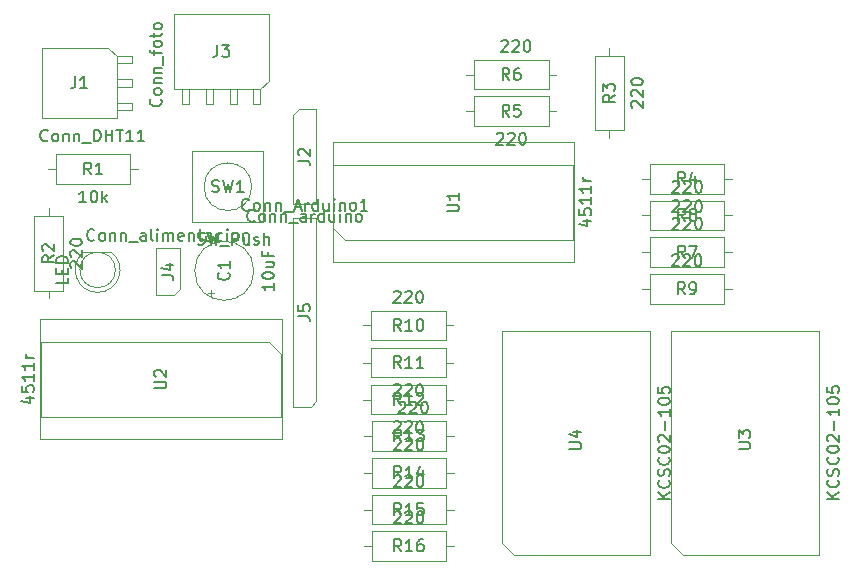
<source format=gbr>
G04 #@! TF.GenerationSoftware,KiCad,Pcbnew,(5.1.2)-1*
G04 #@! TF.CreationDate,2019-07-05T22:38:24-05:00*
G04 #@! TF.ProjectId,Proyecto,50726f79-6563-4746-9f2e-6b696361645f,rev?*
G04 #@! TF.SameCoordinates,Original*
G04 #@! TF.FileFunction,Other,Fab,Top*
%FSLAX46Y46*%
G04 Gerber Fmt 4.6, Leading zero omitted, Abs format (unit mm)*
G04 Created by KiCad (PCBNEW (5.1.2)-1) date 2019-07-05 22:38:24*
%MOMM*%
%LPD*%
G04 APERTURE LIST*
%ADD10C,0.100000*%
%ADD11C,0.150000*%
G04 APERTURE END LIST*
D10*
X120052300Y-65468500D02*
X120652300Y-65468500D01*
X120052300Y-64198500D02*
X120052300Y-65468500D01*
X120652300Y-65468500D02*
X120652300Y-64198500D01*
X122052300Y-65468500D02*
X122652300Y-65468500D01*
X122052300Y-64198500D02*
X122052300Y-65468500D01*
X122652300Y-65468500D02*
X122652300Y-64198500D01*
X124052300Y-65468500D02*
X124652300Y-65468500D01*
X124052300Y-64198500D02*
X124052300Y-65468500D01*
X124652300Y-65468500D02*
X124652300Y-64198500D01*
X126052300Y-65468500D02*
X126652300Y-65468500D01*
X126052300Y-64198500D02*
X126052300Y-65468500D01*
X126652300Y-65468500D02*
X126652300Y-64198500D01*
X119352300Y-57848500D02*
X127352300Y-57848500D01*
X119352300Y-64198500D02*
X119352300Y-57848500D01*
X126652300Y-64198500D02*
X119352300Y-64198500D01*
X127352300Y-63498500D02*
X126652300Y-64198500D01*
X127352300Y-57848500D02*
X127352300Y-63498500D01*
X148115200Y-103683200D02*
X159615200Y-103683200D01*
X147115200Y-102683200D02*
X148115200Y-103683200D01*
X147115200Y-84683200D02*
X147115200Y-102683200D01*
X159615200Y-84683200D02*
X147115200Y-84683200D01*
X159615200Y-103683200D02*
X159615200Y-84683200D01*
X173940800Y-103657800D02*
X173940800Y-84657800D01*
X173940800Y-84657800D02*
X161440800Y-84657800D01*
X161440800Y-84657800D02*
X161440800Y-102657800D01*
X161440800Y-102657800D02*
X162440800Y-103657800D01*
X162440800Y-103657800D02*
X173940800Y-103657800D01*
X128397000Y-86623400D02*
X128397000Y-91973400D01*
X128397000Y-91973400D02*
X108077000Y-91973400D01*
X108077000Y-91973400D02*
X108077000Y-85623400D01*
X108077000Y-85623400D02*
X127397000Y-85623400D01*
X127397000Y-85623400D02*
X128397000Y-86623400D01*
X128457000Y-83718400D02*
X108017000Y-83718400D01*
X108017000Y-83718400D02*
X108017000Y-93878400D01*
X108017000Y-93878400D02*
X128457000Y-93878400D01*
X128457000Y-93878400D02*
X128457000Y-83718400D01*
X142367400Y-101072000D02*
X142367400Y-98572000D01*
X142367400Y-98572000D02*
X136067400Y-98572000D01*
X136067400Y-98572000D02*
X136067400Y-101072000D01*
X136067400Y-101072000D02*
X142367400Y-101072000D01*
X143027400Y-99822000D02*
X142367400Y-99822000D01*
X135407400Y-99822000D02*
X136067400Y-99822000D01*
X132842000Y-75987400D02*
X132842000Y-70637400D01*
X132842000Y-70637400D02*
X153162000Y-70637400D01*
X153162000Y-70637400D02*
X153162000Y-76987400D01*
X153162000Y-76987400D02*
X133842000Y-76987400D01*
X133842000Y-76987400D02*
X132842000Y-75987400D01*
X132782000Y-78892400D02*
X153222000Y-78892400D01*
X153222000Y-78892400D02*
X153222000Y-68732400D01*
X153222000Y-68732400D02*
X132782000Y-68732400D01*
X132782000Y-68732400D02*
X132782000Y-78892400D01*
X123902400Y-69481000D02*
X126902400Y-69481000D01*
X126902400Y-69481000D02*
X126902400Y-75481000D01*
X126902400Y-75481000D02*
X120902400Y-75481000D01*
X120902400Y-75481000D02*
X120902400Y-69481000D01*
X120902400Y-69481000D02*
X123902400Y-69481000D01*
X125917964Y-72481000D02*
G75*
G03X125917964Y-72481000I-2015564J0D01*
G01*
X142367400Y-104145400D02*
X142367400Y-101645400D01*
X142367400Y-101645400D02*
X136067400Y-101645400D01*
X136067400Y-101645400D02*
X136067400Y-104145400D01*
X136067400Y-104145400D02*
X142367400Y-104145400D01*
X143027400Y-102895400D02*
X142367400Y-102895400D01*
X135407400Y-102895400D02*
X136067400Y-102895400D01*
X142367400Y-97947800D02*
X142367400Y-95447800D01*
X142367400Y-95447800D02*
X136067400Y-95447800D01*
X136067400Y-95447800D02*
X136067400Y-97947800D01*
X136067400Y-97947800D02*
X142367400Y-97947800D01*
X143027400Y-96697800D02*
X142367400Y-96697800D01*
X135407400Y-96697800D02*
X136067400Y-96697800D01*
X142367400Y-94849000D02*
X142367400Y-92349000D01*
X142367400Y-92349000D02*
X136067400Y-92349000D01*
X136067400Y-92349000D02*
X136067400Y-94849000D01*
X136067400Y-94849000D02*
X142367400Y-94849000D01*
X143027400Y-93599000D02*
X142367400Y-93599000D01*
X135407400Y-93599000D02*
X136067400Y-93599000D01*
X136042000Y-89250200D02*
X136042000Y-91750200D01*
X136042000Y-91750200D02*
X142342000Y-91750200D01*
X142342000Y-91750200D02*
X142342000Y-89250200D01*
X142342000Y-89250200D02*
X136042000Y-89250200D01*
X135382000Y-90500200D02*
X136042000Y-90500200D01*
X143002000Y-90500200D02*
X142342000Y-90500200D01*
X136042000Y-86126000D02*
X136042000Y-88626000D01*
X136042000Y-88626000D02*
X142342000Y-88626000D01*
X142342000Y-88626000D02*
X142342000Y-86126000D01*
X142342000Y-86126000D02*
X136042000Y-86126000D01*
X135382000Y-87376000D02*
X136042000Y-87376000D01*
X143002000Y-87376000D02*
X142342000Y-87376000D01*
X142342000Y-85476400D02*
X142342000Y-82976400D01*
X142342000Y-82976400D02*
X136042000Y-82976400D01*
X136042000Y-82976400D02*
X136042000Y-85476400D01*
X136042000Y-85476400D02*
X142342000Y-85476400D01*
X143002000Y-84226400D02*
X142342000Y-84226400D01*
X135382000Y-84226400D02*
X136042000Y-84226400D01*
X165913200Y-82377600D02*
X165913200Y-79877600D01*
X165913200Y-79877600D02*
X159613200Y-79877600D01*
X159613200Y-79877600D02*
X159613200Y-82377600D01*
X159613200Y-82377600D02*
X165913200Y-82377600D01*
X166573200Y-81127600D02*
X165913200Y-81127600D01*
X158953200Y-81127600D02*
X159613200Y-81127600D01*
X165938600Y-76154600D02*
X165938600Y-73654600D01*
X165938600Y-73654600D02*
X159638600Y-73654600D01*
X159638600Y-73654600D02*
X159638600Y-76154600D01*
X159638600Y-76154600D02*
X165938600Y-76154600D01*
X166598600Y-74904600D02*
X165938600Y-74904600D01*
X158978600Y-74904600D02*
X159638600Y-74904600D01*
X165938600Y-79278800D02*
X165938600Y-76778800D01*
X165938600Y-76778800D02*
X159638600Y-76778800D01*
X159638600Y-76778800D02*
X159638600Y-79278800D01*
X159638600Y-79278800D02*
X165938600Y-79278800D01*
X166598600Y-78028800D02*
X165938600Y-78028800D01*
X158978600Y-78028800D02*
X159638600Y-78028800D01*
X151054200Y-64242000D02*
X151054200Y-61742000D01*
X151054200Y-61742000D02*
X144754200Y-61742000D01*
X144754200Y-61742000D02*
X144754200Y-64242000D01*
X144754200Y-64242000D02*
X151054200Y-64242000D01*
X151714200Y-62992000D02*
X151054200Y-62992000D01*
X144094200Y-62992000D02*
X144754200Y-62992000D01*
X144754200Y-64840800D02*
X144754200Y-67340800D01*
X144754200Y-67340800D02*
X151054200Y-67340800D01*
X151054200Y-67340800D02*
X151054200Y-64840800D01*
X151054200Y-64840800D02*
X144754200Y-64840800D01*
X144094200Y-66090800D02*
X144754200Y-66090800D01*
X151714200Y-66090800D02*
X151054200Y-66090800D01*
X159638600Y-70555800D02*
X159638600Y-73055800D01*
X159638600Y-73055800D02*
X165938600Y-73055800D01*
X165938600Y-73055800D02*
X165938600Y-70555800D01*
X165938600Y-70555800D02*
X159638600Y-70555800D01*
X158978600Y-71805800D02*
X159638600Y-71805800D01*
X166598600Y-71805800D02*
X165938600Y-71805800D01*
X154960000Y-67691400D02*
X157460000Y-67691400D01*
X157460000Y-67691400D02*
X157460000Y-61391400D01*
X157460000Y-61391400D02*
X154960000Y-61391400D01*
X154960000Y-61391400D02*
X154960000Y-67691400D01*
X156210000Y-68351400D02*
X156210000Y-67691400D01*
X156210000Y-60731400D02*
X156210000Y-61391400D01*
X107487400Y-81280400D02*
X109987400Y-81280400D01*
X109987400Y-81280400D02*
X109987400Y-74980400D01*
X109987400Y-74980400D02*
X107487400Y-74980400D01*
X107487400Y-74980400D02*
X107487400Y-81280400D01*
X108737400Y-81940400D02*
X108737400Y-81280400D01*
X108737400Y-74320400D02*
X108737400Y-74980400D01*
X109346600Y-69743000D02*
X109346600Y-72243000D01*
X109346600Y-72243000D02*
X115646600Y-72243000D01*
X115646600Y-72243000D02*
X115646600Y-69743000D01*
X115646600Y-69743000D02*
X109346600Y-69743000D01*
X108686600Y-70993000D02*
X109346600Y-70993000D01*
X116306600Y-70993000D02*
X115646600Y-70993000D01*
X130903600Y-91111600D02*
X129403600Y-91111600D01*
X129403600Y-91111600D02*
X129403600Y-75111600D01*
X129403600Y-75111600D02*
X131403600Y-75111600D01*
X131403600Y-75111600D02*
X131403600Y-90611600D01*
X131403600Y-90611600D02*
X130903600Y-91111600D01*
X119346600Y-81663800D02*
X117846600Y-81663800D01*
X117846600Y-81663800D02*
X117846600Y-77663800D01*
X117846600Y-77663800D02*
X119846600Y-77663800D01*
X119846600Y-77663800D02*
X119846600Y-81163800D01*
X119846600Y-81163800D02*
X119346600Y-81663800D01*
X129903600Y-65929000D02*
X131403600Y-65929000D01*
X131403600Y-65929000D02*
X131403600Y-73929000D01*
X131403600Y-73929000D02*
X129403600Y-73929000D01*
X129403600Y-73929000D02*
X129403600Y-66429000D01*
X129403600Y-66429000D02*
X129903600Y-65929000D01*
X108127800Y-60696600D02*
X113777800Y-60696600D01*
X113777800Y-60696600D02*
X114477800Y-61396600D01*
X114477800Y-61396600D02*
X114477800Y-66696600D01*
X114477800Y-66696600D02*
X108127800Y-66696600D01*
X108127800Y-66696600D02*
X108127800Y-60696600D01*
X115747800Y-61396600D02*
X114477800Y-61396600D01*
X114477800Y-61996600D02*
X115747800Y-61996600D01*
X115747800Y-61996600D02*
X115747800Y-61396600D01*
X115747800Y-63396600D02*
X114477800Y-63396600D01*
X114477800Y-63996600D02*
X115747800Y-63996600D01*
X115747800Y-63996600D02*
X115747800Y-63396600D01*
X115747800Y-65396600D02*
X114477800Y-65396600D01*
X114477800Y-65996600D02*
X115747800Y-65996600D01*
X115747800Y-65996600D02*
X115747800Y-65396600D01*
X111712124Y-78026845D02*
G75*
G03X114043790Y-78027400I1165476J-1500555D01*
G01*
X114377600Y-79527400D02*
G75*
G03X114377600Y-79527400I-1500000J0D01*
G01*
X114043790Y-78027400D02*
X111711410Y-78027400D01*
X126096400Y-79598200D02*
G75*
G03X126096400Y-79598200I-2500000J0D01*
G01*
X122508900Y-81731805D02*
X122508900Y-81231805D01*
X122258900Y-81481805D02*
X122758900Y-81481805D01*
D11*
X118209442Y-65063261D02*
X118257061Y-65110880D01*
X118304680Y-65253738D01*
X118304680Y-65348976D01*
X118257061Y-65491833D01*
X118161823Y-65587071D01*
X118066585Y-65634690D01*
X117876109Y-65682309D01*
X117733252Y-65682309D01*
X117542776Y-65634690D01*
X117447538Y-65587071D01*
X117352300Y-65491833D01*
X117304680Y-65348976D01*
X117304680Y-65253738D01*
X117352300Y-65110880D01*
X117399919Y-65063261D01*
X118304680Y-64491833D02*
X118257061Y-64587071D01*
X118209442Y-64634690D01*
X118114204Y-64682309D01*
X117828490Y-64682309D01*
X117733252Y-64634690D01*
X117685633Y-64587071D01*
X117638014Y-64491833D01*
X117638014Y-64348976D01*
X117685633Y-64253738D01*
X117733252Y-64206119D01*
X117828490Y-64158500D01*
X118114204Y-64158500D01*
X118209442Y-64206119D01*
X118257061Y-64253738D01*
X118304680Y-64348976D01*
X118304680Y-64491833D01*
X117638014Y-63729928D02*
X118304680Y-63729928D01*
X117733252Y-63729928D02*
X117685633Y-63682309D01*
X117638014Y-63587071D01*
X117638014Y-63444214D01*
X117685633Y-63348976D01*
X117780871Y-63301357D01*
X118304680Y-63301357D01*
X117638014Y-62825166D02*
X118304680Y-62825166D01*
X117733252Y-62825166D02*
X117685633Y-62777547D01*
X117638014Y-62682309D01*
X117638014Y-62539452D01*
X117685633Y-62444214D01*
X117780871Y-62396595D01*
X118304680Y-62396595D01*
X118399919Y-62158500D02*
X118399919Y-61396595D01*
X117638014Y-61301357D02*
X117638014Y-60920404D01*
X118304680Y-61158500D02*
X117447538Y-61158500D01*
X117352300Y-61110880D01*
X117304680Y-61015642D01*
X117304680Y-60920404D01*
X118304680Y-60444214D02*
X118257061Y-60539452D01*
X118209442Y-60587071D01*
X118114204Y-60634690D01*
X117828490Y-60634690D01*
X117733252Y-60587071D01*
X117685633Y-60539452D01*
X117638014Y-60444214D01*
X117638014Y-60301357D01*
X117685633Y-60206119D01*
X117733252Y-60158500D01*
X117828490Y-60110880D01*
X118114204Y-60110880D01*
X118209442Y-60158500D01*
X118257061Y-60206119D01*
X118304680Y-60301357D01*
X118304680Y-60444214D01*
X117638014Y-59825166D02*
X117638014Y-59444214D01*
X117304680Y-59682309D02*
X118161823Y-59682309D01*
X118257061Y-59634690D01*
X118304680Y-59539452D01*
X118304680Y-59444214D01*
X118304680Y-58968023D02*
X118257061Y-59063261D01*
X118209442Y-59110880D01*
X118114204Y-59158500D01*
X117828490Y-59158500D01*
X117733252Y-59110880D01*
X117685633Y-59063261D01*
X117638014Y-58968023D01*
X117638014Y-58825166D01*
X117685633Y-58729928D01*
X117733252Y-58682309D01*
X117828490Y-58634690D01*
X118114204Y-58634690D01*
X118209442Y-58682309D01*
X118257061Y-58729928D01*
X118304680Y-58825166D01*
X118304680Y-58968023D01*
X123018966Y-60475880D02*
X123018966Y-61190166D01*
X122971347Y-61333023D01*
X122876109Y-61428261D01*
X122733252Y-61475880D01*
X122638014Y-61475880D01*
X123399919Y-60475880D02*
X124018966Y-60475880D01*
X123685633Y-60856833D01*
X123828490Y-60856833D01*
X123923728Y-60904452D01*
X123971347Y-60952071D01*
X124018966Y-61047309D01*
X124018966Y-61285404D01*
X123971347Y-61380642D01*
X123923728Y-61428261D01*
X123828490Y-61475880D01*
X123542776Y-61475880D01*
X123447538Y-61428261D01*
X123399919Y-61380642D01*
X161317580Y-98921295D02*
X160317580Y-98921295D01*
X161317580Y-98349866D02*
X160746152Y-98778438D01*
X160317580Y-98349866D02*
X160889009Y-98921295D01*
X161222342Y-97349866D02*
X161269961Y-97397485D01*
X161317580Y-97540342D01*
X161317580Y-97635580D01*
X161269961Y-97778438D01*
X161174723Y-97873676D01*
X161079485Y-97921295D01*
X160889009Y-97968914D01*
X160746152Y-97968914D01*
X160555676Y-97921295D01*
X160460438Y-97873676D01*
X160365200Y-97778438D01*
X160317580Y-97635580D01*
X160317580Y-97540342D01*
X160365200Y-97397485D01*
X160412819Y-97349866D01*
X161269961Y-96968914D02*
X161317580Y-96826057D01*
X161317580Y-96587961D01*
X161269961Y-96492723D01*
X161222342Y-96445104D01*
X161127104Y-96397485D01*
X161031866Y-96397485D01*
X160936628Y-96445104D01*
X160889009Y-96492723D01*
X160841390Y-96587961D01*
X160793771Y-96778438D01*
X160746152Y-96873676D01*
X160698533Y-96921295D01*
X160603295Y-96968914D01*
X160508057Y-96968914D01*
X160412819Y-96921295D01*
X160365200Y-96873676D01*
X160317580Y-96778438D01*
X160317580Y-96540342D01*
X160365200Y-96397485D01*
X161222342Y-95397485D02*
X161269961Y-95445104D01*
X161317580Y-95587961D01*
X161317580Y-95683200D01*
X161269961Y-95826057D01*
X161174723Y-95921295D01*
X161079485Y-95968914D01*
X160889009Y-96016533D01*
X160746152Y-96016533D01*
X160555676Y-95968914D01*
X160460438Y-95921295D01*
X160365200Y-95826057D01*
X160317580Y-95683200D01*
X160317580Y-95587961D01*
X160365200Y-95445104D01*
X160412819Y-95397485D01*
X160317580Y-94778438D02*
X160317580Y-94683200D01*
X160365200Y-94587961D01*
X160412819Y-94540342D01*
X160508057Y-94492723D01*
X160698533Y-94445104D01*
X160936628Y-94445104D01*
X161127104Y-94492723D01*
X161222342Y-94540342D01*
X161269961Y-94587961D01*
X161317580Y-94683200D01*
X161317580Y-94778438D01*
X161269961Y-94873676D01*
X161222342Y-94921295D01*
X161127104Y-94968914D01*
X160936628Y-95016533D01*
X160698533Y-95016533D01*
X160508057Y-94968914D01*
X160412819Y-94921295D01*
X160365200Y-94873676D01*
X160317580Y-94778438D01*
X160412819Y-94064152D02*
X160365200Y-94016533D01*
X160317580Y-93921295D01*
X160317580Y-93683200D01*
X160365200Y-93587961D01*
X160412819Y-93540342D01*
X160508057Y-93492723D01*
X160603295Y-93492723D01*
X160746152Y-93540342D01*
X161317580Y-94111771D01*
X161317580Y-93492723D01*
X160936628Y-93064152D02*
X160936628Y-92302247D01*
X161317580Y-91302247D02*
X161317580Y-91873676D01*
X161317580Y-91587961D02*
X160317580Y-91587961D01*
X160460438Y-91683200D01*
X160555676Y-91778438D01*
X160603295Y-91873676D01*
X160317580Y-90683200D02*
X160317580Y-90587961D01*
X160365200Y-90492723D01*
X160412819Y-90445104D01*
X160508057Y-90397485D01*
X160698533Y-90349866D01*
X160936628Y-90349866D01*
X161127104Y-90397485D01*
X161222342Y-90445104D01*
X161269961Y-90492723D01*
X161317580Y-90587961D01*
X161317580Y-90683200D01*
X161269961Y-90778438D01*
X161222342Y-90826057D01*
X161127104Y-90873676D01*
X160936628Y-90921295D01*
X160698533Y-90921295D01*
X160508057Y-90873676D01*
X160412819Y-90826057D01*
X160365200Y-90778438D01*
X160317580Y-90683200D01*
X160317580Y-89445104D02*
X160317580Y-89921295D01*
X160793771Y-89968914D01*
X160746152Y-89921295D01*
X160698533Y-89826057D01*
X160698533Y-89587961D01*
X160746152Y-89492723D01*
X160793771Y-89445104D01*
X160889009Y-89397485D01*
X161127104Y-89397485D01*
X161222342Y-89445104D01*
X161269961Y-89492723D01*
X161317580Y-89587961D01*
X161317580Y-89826057D01*
X161269961Y-89921295D01*
X161222342Y-89968914D01*
X152817580Y-94695104D02*
X153627104Y-94695104D01*
X153722342Y-94647485D01*
X153769961Y-94599866D01*
X153817580Y-94504628D01*
X153817580Y-94314152D01*
X153769961Y-94218914D01*
X153722342Y-94171295D01*
X153627104Y-94123676D01*
X152817580Y-94123676D01*
X153150914Y-93218914D02*
X153817580Y-93218914D01*
X152769961Y-93457009D02*
X153484247Y-93695104D01*
X153484247Y-93076057D01*
X175643180Y-98895895D02*
X174643180Y-98895895D01*
X175643180Y-98324466D02*
X175071752Y-98753038D01*
X174643180Y-98324466D02*
X175214609Y-98895895D01*
X175547942Y-97324466D02*
X175595561Y-97372085D01*
X175643180Y-97514942D01*
X175643180Y-97610180D01*
X175595561Y-97753038D01*
X175500323Y-97848276D01*
X175405085Y-97895895D01*
X175214609Y-97943514D01*
X175071752Y-97943514D01*
X174881276Y-97895895D01*
X174786038Y-97848276D01*
X174690800Y-97753038D01*
X174643180Y-97610180D01*
X174643180Y-97514942D01*
X174690800Y-97372085D01*
X174738419Y-97324466D01*
X175595561Y-96943514D02*
X175643180Y-96800657D01*
X175643180Y-96562561D01*
X175595561Y-96467323D01*
X175547942Y-96419704D01*
X175452704Y-96372085D01*
X175357466Y-96372085D01*
X175262228Y-96419704D01*
X175214609Y-96467323D01*
X175166990Y-96562561D01*
X175119371Y-96753038D01*
X175071752Y-96848276D01*
X175024133Y-96895895D01*
X174928895Y-96943514D01*
X174833657Y-96943514D01*
X174738419Y-96895895D01*
X174690800Y-96848276D01*
X174643180Y-96753038D01*
X174643180Y-96514942D01*
X174690800Y-96372085D01*
X175547942Y-95372085D02*
X175595561Y-95419704D01*
X175643180Y-95562561D01*
X175643180Y-95657800D01*
X175595561Y-95800657D01*
X175500323Y-95895895D01*
X175405085Y-95943514D01*
X175214609Y-95991133D01*
X175071752Y-95991133D01*
X174881276Y-95943514D01*
X174786038Y-95895895D01*
X174690800Y-95800657D01*
X174643180Y-95657800D01*
X174643180Y-95562561D01*
X174690800Y-95419704D01*
X174738419Y-95372085D01*
X174643180Y-94753038D02*
X174643180Y-94657800D01*
X174690800Y-94562561D01*
X174738419Y-94514942D01*
X174833657Y-94467323D01*
X175024133Y-94419704D01*
X175262228Y-94419704D01*
X175452704Y-94467323D01*
X175547942Y-94514942D01*
X175595561Y-94562561D01*
X175643180Y-94657800D01*
X175643180Y-94753038D01*
X175595561Y-94848276D01*
X175547942Y-94895895D01*
X175452704Y-94943514D01*
X175262228Y-94991133D01*
X175024133Y-94991133D01*
X174833657Y-94943514D01*
X174738419Y-94895895D01*
X174690800Y-94848276D01*
X174643180Y-94753038D01*
X174738419Y-94038752D02*
X174690800Y-93991133D01*
X174643180Y-93895895D01*
X174643180Y-93657800D01*
X174690800Y-93562561D01*
X174738419Y-93514942D01*
X174833657Y-93467323D01*
X174928895Y-93467323D01*
X175071752Y-93514942D01*
X175643180Y-94086371D01*
X175643180Y-93467323D01*
X175262228Y-93038752D02*
X175262228Y-92276847D01*
X175643180Y-91276847D02*
X175643180Y-91848276D01*
X175643180Y-91562561D02*
X174643180Y-91562561D01*
X174786038Y-91657800D01*
X174881276Y-91753038D01*
X174928895Y-91848276D01*
X174643180Y-90657800D02*
X174643180Y-90562561D01*
X174690800Y-90467323D01*
X174738419Y-90419704D01*
X174833657Y-90372085D01*
X175024133Y-90324466D01*
X175262228Y-90324466D01*
X175452704Y-90372085D01*
X175547942Y-90419704D01*
X175595561Y-90467323D01*
X175643180Y-90562561D01*
X175643180Y-90657800D01*
X175595561Y-90753038D01*
X175547942Y-90800657D01*
X175452704Y-90848276D01*
X175262228Y-90895895D01*
X175024133Y-90895895D01*
X174833657Y-90848276D01*
X174738419Y-90800657D01*
X174690800Y-90753038D01*
X174643180Y-90657800D01*
X174643180Y-89419704D02*
X174643180Y-89895895D01*
X175119371Y-89943514D01*
X175071752Y-89895895D01*
X175024133Y-89800657D01*
X175024133Y-89562561D01*
X175071752Y-89467323D01*
X175119371Y-89419704D01*
X175214609Y-89372085D01*
X175452704Y-89372085D01*
X175547942Y-89419704D01*
X175595561Y-89467323D01*
X175643180Y-89562561D01*
X175643180Y-89800657D01*
X175595561Y-89895895D01*
X175547942Y-89943514D01*
X167143180Y-94669704D02*
X167952704Y-94669704D01*
X168047942Y-94622085D01*
X168095561Y-94574466D01*
X168143180Y-94479228D01*
X168143180Y-94288752D01*
X168095561Y-94193514D01*
X168047942Y-94145895D01*
X167952704Y-94098276D01*
X167143180Y-94098276D01*
X167143180Y-93717323D02*
X167143180Y-93098276D01*
X167524133Y-93431609D01*
X167524133Y-93288752D01*
X167571752Y-93193514D01*
X167619371Y-93145895D01*
X167714609Y-93098276D01*
X167952704Y-93098276D01*
X168047942Y-93145895D01*
X168095561Y-93193514D01*
X168143180Y-93288752D01*
X168143180Y-93574466D01*
X168095561Y-93669704D01*
X168047942Y-93717323D01*
X106802714Y-90346019D02*
X107469380Y-90346019D01*
X106421761Y-90584114D02*
X107136047Y-90822209D01*
X107136047Y-90203161D01*
X106469380Y-89346019D02*
X106469380Y-89822209D01*
X106945571Y-89869828D01*
X106897952Y-89822209D01*
X106850333Y-89726971D01*
X106850333Y-89488876D01*
X106897952Y-89393638D01*
X106945571Y-89346019D01*
X107040809Y-89298400D01*
X107278904Y-89298400D01*
X107374142Y-89346019D01*
X107421761Y-89393638D01*
X107469380Y-89488876D01*
X107469380Y-89726971D01*
X107421761Y-89822209D01*
X107374142Y-89869828D01*
X107469380Y-88346019D02*
X107469380Y-88917447D01*
X107469380Y-88631733D02*
X106469380Y-88631733D01*
X106612238Y-88726971D01*
X106707476Y-88822209D01*
X106755095Y-88917447D01*
X107469380Y-87393638D02*
X107469380Y-87965066D01*
X107469380Y-87679352D02*
X106469380Y-87679352D01*
X106612238Y-87774590D01*
X106707476Y-87869828D01*
X106755095Y-87965066D01*
X107469380Y-86965066D02*
X106802714Y-86965066D01*
X106993190Y-86965066D02*
X106897952Y-86917447D01*
X106850333Y-86869828D01*
X106802714Y-86774590D01*
X106802714Y-86679352D01*
X117689380Y-89560304D02*
X118498904Y-89560304D01*
X118594142Y-89512685D01*
X118641761Y-89465066D01*
X118689380Y-89369828D01*
X118689380Y-89179352D01*
X118641761Y-89084114D01*
X118594142Y-89036495D01*
X118498904Y-88988876D01*
X117689380Y-88988876D01*
X117784619Y-88560304D02*
X117737000Y-88512685D01*
X117689380Y-88417447D01*
X117689380Y-88179352D01*
X117737000Y-88084114D01*
X117784619Y-88036495D01*
X117879857Y-87988876D01*
X117975095Y-87988876D01*
X118117952Y-88036495D01*
X118689380Y-88607923D01*
X118689380Y-87988876D01*
X137979304Y-96999619D02*
X138026923Y-96952000D01*
X138122161Y-96904380D01*
X138360257Y-96904380D01*
X138455495Y-96952000D01*
X138503114Y-96999619D01*
X138550733Y-97094857D01*
X138550733Y-97190095D01*
X138503114Y-97332952D01*
X137931685Y-97904380D01*
X138550733Y-97904380D01*
X138931685Y-96999619D02*
X138979304Y-96952000D01*
X139074542Y-96904380D01*
X139312638Y-96904380D01*
X139407876Y-96952000D01*
X139455495Y-96999619D01*
X139503114Y-97094857D01*
X139503114Y-97190095D01*
X139455495Y-97332952D01*
X138884066Y-97904380D01*
X139503114Y-97904380D01*
X140122161Y-96904380D02*
X140217400Y-96904380D01*
X140312638Y-96952000D01*
X140360257Y-96999619D01*
X140407876Y-97094857D01*
X140455495Y-97285333D01*
X140455495Y-97523428D01*
X140407876Y-97713904D01*
X140360257Y-97809142D01*
X140312638Y-97856761D01*
X140217400Y-97904380D01*
X140122161Y-97904380D01*
X140026923Y-97856761D01*
X139979304Y-97809142D01*
X139931685Y-97713904D01*
X139884066Y-97523428D01*
X139884066Y-97285333D01*
X139931685Y-97094857D01*
X139979304Y-96999619D01*
X140026923Y-96952000D01*
X140122161Y-96904380D01*
X138574542Y-100274380D02*
X138241209Y-99798190D01*
X138003114Y-100274380D02*
X138003114Y-99274380D01*
X138384066Y-99274380D01*
X138479304Y-99322000D01*
X138526923Y-99369619D01*
X138574542Y-99464857D01*
X138574542Y-99607714D01*
X138526923Y-99702952D01*
X138479304Y-99750571D01*
X138384066Y-99798190D01*
X138003114Y-99798190D01*
X139526923Y-100274380D02*
X138955495Y-100274380D01*
X139241209Y-100274380D02*
X139241209Y-99274380D01*
X139145971Y-99417238D01*
X139050733Y-99512476D01*
X138955495Y-99560095D01*
X140431685Y-99274380D02*
X139955495Y-99274380D01*
X139907876Y-99750571D01*
X139955495Y-99702952D01*
X140050733Y-99655333D01*
X140288828Y-99655333D01*
X140384066Y-99702952D01*
X140431685Y-99750571D01*
X140479304Y-99845809D01*
X140479304Y-100083904D01*
X140431685Y-100179142D01*
X140384066Y-100226761D01*
X140288828Y-100274380D01*
X140050733Y-100274380D01*
X139955495Y-100226761D01*
X139907876Y-100179142D01*
X154007714Y-75360019D02*
X154674380Y-75360019D01*
X153626761Y-75598114D02*
X154341047Y-75836209D01*
X154341047Y-75217161D01*
X153674380Y-74360019D02*
X153674380Y-74836209D01*
X154150571Y-74883828D01*
X154102952Y-74836209D01*
X154055333Y-74740971D01*
X154055333Y-74502876D01*
X154102952Y-74407638D01*
X154150571Y-74360019D01*
X154245809Y-74312400D01*
X154483904Y-74312400D01*
X154579142Y-74360019D01*
X154626761Y-74407638D01*
X154674380Y-74502876D01*
X154674380Y-74740971D01*
X154626761Y-74836209D01*
X154579142Y-74883828D01*
X154674380Y-73360019D02*
X154674380Y-73931447D01*
X154674380Y-73645733D02*
X153674380Y-73645733D01*
X153817238Y-73740971D01*
X153912476Y-73836209D01*
X153960095Y-73931447D01*
X154674380Y-72407638D02*
X154674380Y-72979066D01*
X154674380Y-72693352D02*
X153674380Y-72693352D01*
X153817238Y-72788590D01*
X153912476Y-72883828D01*
X153960095Y-72979066D01*
X154674380Y-71979066D02*
X154007714Y-71979066D01*
X154198190Y-71979066D02*
X154102952Y-71931447D01*
X154055333Y-71883828D01*
X154007714Y-71788590D01*
X154007714Y-71693352D01*
X142454380Y-74574304D02*
X143263904Y-74574304D01*
X143359142Y-74526685D01*
X143406761Y-74479066D01*
X143454380Y-74383828D01*
X143454380Y-74193352D01*
X143406761Y-74098114D01*
X143359142Y-74050495D01*
X143263904Y-74002876D01*
X142454380Y-74002876D01*
X143454380Y-73002876D02*
X143454380Y-73574304D01*
X143454380Y-73288590D02*
X142454380Y-73288590D01*
X142597238Y-73383828D01*
X142692476Y-73479066D01*
X142740095Y-73574304D01*
X121354780Y-77335761D02*
X121497638Y-77383380D01*
X121735733Y-77383380D01*
X121830971Y-77335761D01*
X121878590Y-77288142D01*
X121926209Y-77192904D01*
X121926209Y-77097666D01*
X121878590Y-77002428D01*
X121830971Y-76954809D01*
X121735733Y-76907190D01*
X121545257Y-76859571D01*
X121450019Y-76811952D01*
X121402400Y-76764333D01*
X121354780Y-76669095D01*
X121354780Y-76573857D01*
X121402400Y-76478619D01*
X121450019Y-76431000D01*
X121545257Y-76383380D01*
X121783352Y-76383380D01*
X121926209Y-76431000D01*
X122259542Y-76383380D02*
X122497638Y-77383380D01*
X122688114Y-76669095D01*
X122878590Y-77383380D01*
X123116685Y-76383380D01*
X123259542Y-77478619D02*
X124021447Y-77478619D01*
X124259542Y-77383380D02*
X124259542Y-76383380D01*
X124640495Y-76383380D01*
X124735733Y-76431000D01*
X124783352Y-76478619D01*
X124830971Y-76573857D01*
X124830971Y-76716714D01*
X124783352Y-76811952D01*
X124735733Y-76859571D01*
X124640495Y-76907190D01*
X124259542Y-76907190D01*
X125688114Y-76716714D02*
X125688114Y-77383380D01*
X125259542Y-76716714D02*
X125259542Y-77240523D01*
X125307161Y-77335761D01*
X125402400Y-77383380D01*
X125545257Y-77383380D01*
X125640495Y-77335761D01*
X125688114Y-77288142D01*
X126116685Y-77335761D02*
X126211923Y-77383380D01*
X126402400Y-77383380D01*
X126497638Y-77335761D01*
X126545257Y-77240523D01*
X126545257Y-77192904D01*
X126497638Y-77097666D01*
X126402400Y-77050047D01*
X126259542Y-77050047D01*
X126164304Y-77002428D01*
X126116685Y-76907190D01*
X126116685Y-76859571D01*
X126164304Y-76764333D01*
X126259542Y-76716714D01*
X126402400Y-76716714D01*
X126497638Y-76764333D01*
X126973828Y-77383380D02*
X126973828Y-76383380D01*
X127402400Y-77383380D02*
X127402400Y-76859571D01*
X127354780Y-76764333D01*
X127259542Y-76716714D01*
X127116685Y-76716714D01*
X127021447Y-76764333D01*
X126973828Y-76811952D01*
X122569066Y-72885761D02*
X122711923Y-72933380D01*
X122950019Y-72933380D01*
X123045257Y-72885761D01*
X123092876Y-72838142D01*
X123140495Y-72742904D01*
X123140495Y-72647666D01*
X123092876Y-72552428D01*
X123045257Y-72504809D01*
X122950019Y-72457190D01*
X122759542Y-72409571D01*
X122664304Y-72361952D01*
X122616685Y-72314333D01*
X122569066Y-72219095D01*
X122569066Y-72123857D01*
X122616685Y-72028619D01*
X122664304Y-71981000D01*
X122759542Y-71933380D01*
X122997638Y-71933380D01*
X123140495Y-71981000D01*
X123473828Y-71933380D02*
X123711923Y-72933380D01*
X123902400Y-72219095D01*
X124092876Y-72933380D01*
X124330971Y-71933380D01*
X125235733Y-72933380D02*
X124664304Y-72933380D01*
X124950019Y-72933380D02*
X124950019Y-71933380D01*
X124854780Y-72076238D01*
X124759542Y-72171476D01*
X124664304Y-72219095D01*
X137979304Y-100073019D02*
X138026923Y-100025400D01*
X138122161Y-99977780D01*
X138360257Y-99977780D01*
X138455495Y-100025400D01*
X138503114Y-100073019D01*
X138550733Y-100168257D01*
X138550733Y-100263495D01*
X138503114Y-100406352D01*
X137931685Y-100977780D01*
X138550733Y-100977780D01*
X138931685Y-100073019D02*
X138979304Y-100025400D01*
X139074542Y-99977780D01*
X139312638Y-99977780D01*
X139407876Y-100025400D01*
X139455495Y-100073019D01*
X139503114Y-100168257D01*
X139503114Y-100263495D01*
X139455495Y-100406352D01*
X138884066Y-100977780D01*
X139503114Y-100977780D01*
X140122161Y-99977780D02*
X140217400Y-99977780D01*
X140312638Y-100025400D01*
X140360257Y-100073019D01*
X140407876Y-100168257D01*
X140455495Y-100358733D01*
X140455495Y-100596828D01*
X140407876Y-100787304D01*
X140360257Y-100882542D01*
X140312638Y-100930161D01*
X140217400Y-100977780D01*
X140122161Y-100977780D01*
X140026923Y-100930161D01*
X139979304Y-100882542D01*
X139931685Y-100787304D01*
X139884066Y-100596828D01*
X139884066Y-100358733D01*
X139931685Y-100168257D01*
X139979304Y-100073019D01*
X140026923Y-100025400D01*
X140122161Y-99977780D01*
X138574542Y-103347780D02*
X138241209Y-102871590D01*
X138003114Y-103347780D02*
X138003114Y-102347780D01*
X138384066Y-102347780D01*
X138479304Y-102395400D01*
X138526923Y-102443019D01*
X138574542Y-102538257D01*
X138574542Y-102681114D01*
X138526923Y-102776352D01*
X138479304Y-102823971D01*
X138384066Y-102871590D01*
X138003114Y-102871590D01*
X139526923Y-103347780D02*
X138955495Y-103347780D01*
X139241209Y-103347780D02*
X139241209Y-102347780D01*
X139145971Y-102490638D01*
X139050733Y-102585876D01*
X138955495Y-102633495D01*
X140384066Y-102347780D02*
X140193590Y-102347780D01*
X140098352Y-102395400D01*
X140050733Y-102443019D01*
X139955495Y-102585876D01*
X139907876Y-102776352D01*
X139907876Y-103157304D01*
X139955495Y-103252542D01*
X140003114Y-103300161D01*
X140098352Y-103347780D01*
X140288828Y-103347780D01*
X140384066Y-103300161D01*
X140431685Y-103252542D01*
X140479304Y-103157304D01*
X140479304Y-102919209D01*
X140431685Y-102823971D01*
X140384066Y-102776352D01*
X140288828Y-102728733D01*
X140098352Y-102728733D01*
X140003114Y-102776352D01*
X139955495Y-102823971D01*
X139907876Y-102919209D01*
X137979304Y-93875419D02*
X138026923Y-93827800D01*
X138122161Y-93780180D01*
X138360257Y-93780180D01*
X138455495Y-93827800D01*
X138503114Y-93875419D01*
X138550733Y-93970657D01*
X138550733Y-94065895D01*
X138503114Y-94208752D01*
X137931685Y-94780180D01*
X138550733Y-94780180D01*
X138931685Y-93875419D02*
X138979304Y-93827800D01*
X139074542Y-93780180D01*
X139312638Y-93780180D01*
X139407876Y-93827800D01*
X139455495Y-93875419D01*
X139503114Y-93970657D01*
X139503114Y-94065895D01*
X139455495Y-94208752D01*
X138884066Y-94780180D01*
X139503114Y-94780180D01*
X140122161Y-93780180D02*
X140217400Y-93780180D01*
X140312638Y-93827800D01*
X140360257Y-93875419D01*
X140407876Y-93970657D01*
X140455495Y-94161133D01*
X140455495Y-94399228D01*
X140407876Y-94589704D01*
X140360257Y-94684942D01*
X140312638Y-94732561D01*
X140217400Y-94780180D01*
X140122161Y-94780180D01*
X140026923Y-94732561D01*
X139979304Y-94684942D01*
X139931685Y-94589704D01*
X139884066Y-94399228D01*
X139884066Y-94161133D01*
X139931685Y-93970657D01*
X139979304Y-93875419D01*
X140026923Y-93827800D01*
X140122161Y-93780180D01*
X138574542Y-97150180D02*
X138241209Y-96673990D01*
X138003114Y-97150180D02*
X138003114Y-96150180D01*
X138384066Y-96150180D01*
X138479304Y-96197800D01*
X138526923Y-96245419D01*
X138574542Y-96340657D01*
X138574542Y-96483514D01*
X138526923Y-96578752D01*
X138479304Y-96626371D01*
X138384066Y-96673990D01*
X138003114Y-96673990D01*
X139526923Y-97150180D02*
X138955495Y-97150180D01*
X139241209Y-97150180D02*
X139241209Y-96150180D01*
X139145971Y-96293038D01*
X139050733Y-96388276D01*
X138955495Y-96435895D01*
X140384066Y-96483514D02*
X140384066Y-97150180D01*
X140145971Y-96102561D02*
X139907876Y-96816847D01*
X140526923Y-96816847D01*
X138360257Y-90776619D02*
X138407876Y-90729000D01*
X138503114Y-90681380D01*
X138741209Y-90681380D01*
X138836447Y-90729000D01*
X138884066Y-90776619D01*
X138931685Y-90871857D01*
X138931685Y-90967095D01*
X138884066Y-91109952D01*
X138312638Y-91681380D01*
X138931685Y-91681380D01*
X139312638Y-90776619D02*
X139360257Y-90729000D01*
X139455495Y-90681380D01*
X139693590Y-90681380D01*
X139788828Y-90729000D01*
X139836447Y-90776619D01*
X139884066Y-90871857D01*
X139884066Y-90967095D01*
X139836447Y-91109952D01*
X139265019Y-91681380D01*
X139884066Y-91681380D01*
X140503114Y-90681380D02*
X140598352Y-90681380D01*
X140693590Y-90729000D01*
X140741209Y-90776619D01*
X140788828Y-90871857D01*
X140836447Y-91062333D01*
X140836447Y-91300428D01*
X140788828Y-91490904D01*
X140741209Y-91586142D01*
X140693590Y-91633761D01*
X140598352Y-91681380D01*
X140503114Y-91681380D01*
X140407876Y-91633761D01*
X140360257Y-91586142D01*
X140312638Y-91490904D01*
X140265019Y-91300428D01*
X140265019Y-91062333D01*
X140312638Y-90871857D01*
X140360257Y-90776619D01*
X140407876Y-90729000D01*
X140503114Y-90681380D01*
X138574542Y-94051380D02*
X138241209Y-93575190D01*
X138003114Y-94051380D02*
X138003114Y-93051380D01*
X138384066Y-93051380D01*
X138479304Y-93099000D01*
X138526923Y-93146619D01*
X138574542Y-93241857D01*
X138574542Y-93384714D01*
X138526923Y-93479952D01*
X138479304Y-93527571D01*
X138384066Y-93575190D01*
X138003114Y-93575190D01*
X139526923Y-94051380D02*
X138955495Y-94051380D01*
X139241209Y-94051380D02*
X139241209Y-93051380D01*
X139145971Y-93194238D01*
X139050733Y-93289476D01*
X138955495Y-93337095D01*
X139860257Y-93051380D02*
X140479304Y-93051380D01*
X140145971Y-93432333D01*
X140288828Y-93432333D01*
X140384066Y-93479952D01*
X140431685Y-93527571D01*
X140479304Y-93622809D01*
X140479304Y-93860904D01*
X140431685Y-93956142D01*
X140384066Y-94003761D01*
X140288828Y-94051380D01*
X140003114Y-94051380D01*
X139907876Y-94003761D01*
X139860257Y-93956142D01*
X137953904Y-92417819D02*
X138001523Y-92370200D01*
X138096761Y-92322580D01*
X138334857Y-92322580D01*
X138430095Y-92370200D01*
X138477714Y-92417819D01*
X138525333Y-92513057D01*
X138525333Y-92608295D01*
X138477714Y-92751152D01*
X137906285Y-93322580D01*
X138525333Y-93322580D01*
X138906285Y-92417819D02*
X138953904Y-92370200D01*
X139049142Y-92322580D01*
X139287238Y-92322580D01*
X139382476Y-92370200D01*
X139430095Y-92417819D01*
X139477714Y-92513057D01*
X139477714Y-92608295D01*
X139430095Y-92751152D01*
X138858666Y-93322580D01*
X139477714Y-93322580D01*
X140096761Y-92322580D02*
X140192000Y-92322580D01*
X140287238Y-92370200D01*
X140334857Y-92417819D01*
X140382476Y-92513057D01*
X140430095Y-92703533D01*
X140430095Y-92941628D01*
X140382476Y-93132104D01*
X140334857Y-93227342D01*
X140287238Y-93274961D01*
X140192000Y-93322580D01*
X140096761Y-93322580D01*
X140001523Y-93274961D01*
X139953904Y-93227342D01*
X139906285Y-93132104D01*
X139858666Y-92941628D01*
X139858666Y-92703533D01*
X139906285Y-92513057D01*
X139953904Y-92417819D01*
X140001523Y-92370200D01*
X140096761Y-92322580D01*
X138549142Y-90952580D02*
X138215809Y-90476390D01*
X137977714Y-90952580D02*
X137977714Y-89952580D01*
X138358666Y-89952580D01*
X138453904Y-90000200D01*
X138501523Y-90047819D01*
X138549142Y-90143057D01*
X138549142Y-90285914D01*
X138501523Y-90381152D01*
X138453904Y-90428771D01*
X138358666Y-90476390D01*
X137977714Y-90476390D01*
X139501523Y-90952580D02*
X138930095Y-90952580D01*
X139215809Y-90952580D02*
X139215809Y-89952580D01*
X139120571Y-90095438D01*
X139025333Y-90190676D01*
X138930095Y-90238295D01*
X139882476Y-90047819D02*
X139930095Y-90000200D01*
X140025333Y-89952580D01*
X140263428Y-89952580D01*
X140358666Y-90000200D01*
X140406285Y-90047819D01*
X140453904Y-90143057D01*
X140453904Y-90238295D01*
X140406285Y-90381152D01*
X139834857Y-90952580D01*
X140453904Y-90952580D01*
X137953904Y-89293619D02*
X138001523Y-89246000D01*
X138096761Y-89198380D01*
X138334857Y-89198380D01*
X138430095Y-89246000D01*
X138477714Y-89293619D01*
X138525333Y-89388857D01*
X138525333Y-89484095D01*
X138477714Y-89626952D01*
X137906285Y-90198380D01*
X138525333Y-90198380D01*
X138906285Y-89293619D02*
X138953904Y-89246000D01*
X139049142Y-89198380D01*
X139287238Y-89198380D01*
X139382476Y-89246000D01*
X139430095Y-89293619D01*
X139477714Y-89388857D01*
X139477714Y-89484095D01*
X139430095Y-89626952D01*
X138858666Y-90198380D01*
X139477714Y-90198380D01*
X140096761Y-89198380D02*
X140192000Y-89198380D01*
X140287238Y-89246000D01*
X140334857Y-89293619D01*
X140382476Y-89388857D01*
X140430095Y-89579333D01*
X140430095Y-89817428D01*
X140382476Y-90007904D01*
X140334857Y-90103142D01*
X140287238Y-90150761D01*
X140192000Y-90198380D01*
X140096761Y-90198380D01*
X140001523Y-90150761D01*
X139953904Y-90103142D01*
X139906285Y-90007904D01*
X139858666Y-89817428D01*
X139858666Y-89579333D01*
X139906285Y-89388857D01*
X139953904Y-89293619D01*
X140001523Y-89246000D01*
X140096761Y-89198380D01*
X138549142Y-87828380D02*
X138215809Y-87352190D01*
X137977714Y-87828380D02*
X137977714Y-86828380D01*
X138358666Y-86828380D01*
X138453904Y-86876000D01*
X138501523Y-86923619D01*
X138549142Y-87018857D01*
X138549142Y-87161714D01*
X138501523Y-87256952D01*
X138453904Y-87304571D01*
X138358666Y-87352190D01*
X137977714Y-87352190D01*
X139501523Y-87828380D02*
X138930095Y-87828380D01*
X139215809Y-87828380D02*
X139215809Y-86828380D01*
X139120571Y-86971238D01*
X139025333Y-87066476D01*
X138930095Y-87114095D01*
X140453904Y-87828380D02*
X139882476Y-87828380D01*
X140168190Y-87828380D02*
X140168190Y-86828380D01*
X140072952Y-86971238D01*
X139977714Y-87066476D01*
X139882476Y-87114095D01*
X137953904Y-81404019D02*
X138001523Y-81356400D01*
X138096761Y-81308780D01*
X138334857Y-81308780D01*
X138430095Y-81356400D01*
X138477714Y-81404019D01*
X138525333Y-81499257D01*
X138525333Y-81594495D01*
X138477714Y-81737352D01*
X137906285Y-82308780D01*
X138525333Y-82308780D01*
X138906285Y-81404019D02*
X138953904Y-81356400D01*
X139049142Y-81308780D01*
X139287238Y-81308780D01*
X139382476Y-81356400D01*
X139430095Y-81404019D01*
X139477714Y-81499257D01*
X139477714Y-81594495D01*
X139430095Y-81737352D01*
X138858666Y-82308780D01*
X139477714Y-82308780D01*
X140096761Y-81308780D02*
X140192000Y-81308780D01*
X140287238Y-81356400D01*
X140334857Y-81404019D01*
X140382476Y-81499257D01*
X140430095Y-81689733D01*
X140430095Y-81927828D01*
X140382476Y-82118304D01*
X140334857Y-82213542D01*
X140287238Y-82261161D01*
X140192000Y-82308780D01*
X140096761Y-82308780D01*
X140001523Y-82261161D01*
X139953904Y-82213542D01*
X139906285Y-82118304D01*
X139858666Y-81927828D01*
X139858666Y-81689733D01*
X139906285Y-81499257D01*
X139953904Y-81404019D01*
X140001523Y-81356400D01*
X140096761Y-81308780D01*
X138549142Y-84678780D02*
X138215809Y-84202590D01*
X137977714Y-84678780D02*
X137977714Y-83678780D01*
X138358666Y-83678780D01*
X138453904Y-83726400D01*
X138501523Y-83774019D01*
X138549142Y-83869257D01*
X138549142Y-84012114D01*
X138501523Y-84107352D01*
X138453904Y-84154971D01*
X138358666Y-84202590D01*
X137977714Y-84202590D01*
X139501523Y-84678780D02*
X138930095Y-84678780D01*
X139215809Y-84678780D02*
X139215809Y-83678780D01*
X139120571Y-83821638D01*
X139025333Y-83916876D01*
X138930095Y-83964495D01*
X140120571Y-83678780D02*
X140215809Y-83678780D01*
X140311047Y-83726400D01*
X140358666Y-83774019D01*
X140406285Y-83869257D01*
X140453904Y-84059733D01*
X140453904Y-84297828D01*
X140406285Y-84488304D01*
X140358666Y-84583542D01*
X140311047Y-84631161D01*
X140215809Y-84678780D01*
X140120571Y-84678780D01*
X140025333Y-84631161D01*
X139977714Y-84583542D01*
X139930095Y-84488304D01*
X139882476Y-84297828D01*
X139882476Y-84059733D01*
X139930095Y-83869257D01*
X139977714Y-83774019D01*
X140025333Y-83726400D01*
X140120571Y-83678780D01*
X161525104Y-78305219D02*
X161572723Y-78257600D01*
X161667961Y-78209980D01*
X161906057Y-78209980D01*
X162001295Y-78257600D01*
X162048914Y-78305219D01*
X162096533Y-78400457D01*
X162096533Y-78495695D01*
X162048914Y-78638552D01*
X161477485Y-79209980D01*
X162096533Y-79209980D01*
X162477485Y-78305219D02*
X162525104Y-78257600D01*
X162620342Y-78209980D01*
X162858438Y-78209980D01*
X162953676Y-78257600D01*
X163001295Y-78305219D01*
X163048914Y-78400457D01*
X163048914Y-78495695D01*
X163001295Y-78638552D01*
X162429866Y-79209980D01*
X163048914Y-79209980D01*
X163667961Y-78209980D02*
X163763200Y-78209980D01*
X163858438Y-78257600D01*
X163906057Y-78305219D01*
X163953676Y-78400457D01*
X164001295Y-78590933D01*
X164001295Y-78829028D01*
X163953676Y-79019504D01*
X163906057Y-79114742D01*
X163858438Y-79162361D01*
X163763200Y-79209980D01*
X163667961Y-79209980D01*
X163572723Y-79162361D01*
X163525104Y-79114742D01*
X163477485Y-79019504D01*
X163429866Y-78829028D01*
X163429866Y-78590933D01*
X163477485Y-78400457D01*
X163525104Y-78305219D01*
X163572723Y-78257600D01*
X163667961Y-78209980D01*
X162596533Y-81579980D02*
X162263200Y-81103790D01*
X162025104Y-81579980D02*
X162025104Y-80579980D01*
X162406057Y-80579980D01*
X162501295Y-80627600D01*
X162548914Y-80675219D01*
X162596533Y-80770457D01*
X162596533Y-80913314D01*
X162548914Y-81008552D01*
X162501295Y-81056171D01*
X162406057Y-81103790D01*
X162025104Y-81103790D01*
X163072723Y-81579980D02*
X163263200Y-81579980D01*
X163358438Y-81532361D01*
X163406057Y-81484742D01*
X163501295Y-81341885D01*
X163548914Y-81151409D01*
X163548914Y-80770457D01*
X163501295Y-80675219D01*
X163453676Y-80627600D01*
X163358438Y-80579980D01*
X163167961Y-80579980D01*
X163072723Y-80627600D01*
X163025104Y-80675219D01*
X162977485Y-80770457D01*
X162977485Y-81008552D01*
X163025104Y-81103790D01*
X163072723Y-81151409D01*
X163167961Y-81199028D01*
X163358438Y-81199028D01*
X163453676Y-81151409D01*
X163501295Y-81103790D01*
X163548914Y-81008552D01*
X161550504Y-72082219D02*
X161598123Y-72034600D01*
X161693361Y-71986980D01*
X161931457Y-71986980D01*
X162026695Y-72034600D01*
X162074314Y-72082219D01*
X162121933Y-72177457D01*
X162121933Y-72272695D01*
X162074314Y-72415552D01*
X161502885Y-72986980D01*
X162121933Y-72986980D01*
X162502885Y-72082219D02*
X162550504Y-72034600D01*
X162645742Y-71986980D01*
X162883838Y-71986980D01*
X162979076Y-72034600D01*
X163026695Y-72082219D01*
X163074314Y-72177457D01*
X163074314Y-72272695D01*
X163026695Y-72415552D01*
X162455266Y-72986980D01*
X163074314Y-72986980D01*
X163693361Y-71986980D02*
X163788600Y-71986980D01*
X163883838Y-72034600D01*
X163931457Y-72082219D01*
X163979076Y-72177457D01*
X164026695Y-72367933D01*
X164026695Y-72606028D01*
X163979076Y-72796504D01*
X163931457Y-72891742D01*
X163883838Y-72939361D01*
X163788600Y-72986980D01*
X163693361Y-72986980D01*
X163598123Y-72939361D01*
X163550504Y-72891742D01*
X163502885Y-72796504D01*
X163455266Y-72606028D01*
X163455266Y-72367933D01*
X163502885Y-72177457D01*
X163550504Y-72082219D01*
X163598123Y-72034600D01*
X163693361Y-71986980D01*
X162621933Y-75356980D02*
X162288600Y-74880790D01*
X162050504Y-75356980D02*
X162050504Y-74356980D01*
X162431457Y-74356980D01*
X162526695Y-74404600D01*
X162574314Y-74452219D01*
X162621933Y-74547457D01*
X162621933Y-74690314D01*
X162574314Y-74785552D01*
X162526695Y-74833171D01*
X162431457Y-74880790D01*
X162050504Y-74880790D01*
X163193361Y-74785552D02*
X163098123Y-74737933D01*
X163050504Y-74690314D01*
X163002885Y-74595076D01*
X163002885Y-74547457D01*
X163050504Y-74452219D01*
X163098123Y-74404600D01*
X163193361Y-74356980D01*
X163383838Y-74356980D01*
X163479076Y-74404600D01*
X163526695Y-74452219D01*
X163574314Y-74547457D01*
X163574314Y-74595076D01*
X163526695Y-74690314D01*
X163479076Y-74737933D01*
X163383838Y-74785552D01*
X163193361Y-74785552D01*
X163098123Y-74833171D01*
X163050504Y-74880790D01*
X163002885Y-74976028D01*
X163002885Y-75166504D01*
X163050504Y-75261742D01*
X163098123Y-75309361D01*
X163193361Y-75356980D01*
X163383838Y-75356980D01*
X163479076Y-75309361D01*
X163526695Y-75261742D01*
X163574314Y-75166504D01*
X163574314Y-74976028D01*
X163526695Y-74880790D01*
X163479076Y-74833171D01*
X163383838Y-74785552D01*
X161550504Y-75206419D02*
X161598123Y-75158800D01*
X161693361Y-75111180D01*
X161931457Y-75111180D01*
X162026695Y-75158800D01*
X162074314Y-75206419D01*
X162121933Y-75301657D01*
X162121933Y-75396895D01*
X162074314Y-75539752D01*
X161502885Y-76111180D01*
X162121933Y-76111180D01*
X162502885Y-75206419D02*
X162550504Y-75158800D01*
X162645742Y-75111180D01*
X162883838Y-75111180D01*
X162979076Y-75158800D01*
X163026695Y-75206419D01*
X163074314Y-75301657D01*
X163074314Y-75396895D01*
X163026695Y-75539752D01*
X162455266Y-76111180D01*
X163074314Y-76111180D01*
X163693361Y-75111180D02*
X163788600Y-75111180D01*
X163883838Y-75158800D01*
X163931457Y-75206419D01*
X163979076Y-75301657D01*
X164026695Y-75492133D01*
X164026695Y-75730228D01*
X163979076Y-75920704D01*
X163931457Y-76015942D01*
X163883838Y-76063561D01*
X163788600Y-76111180D01*
X163693361Y-76111180D01*
X163598123Y-76063561D01*
X163550504Y-76015942D01*
X163502885Y-75920704D01*
X163455266Y-75730228D01*
X163455266Y-75492133D01*
X163502885Y-75301657D01*
X163550504Y-75206419D01*
X163598123Y-75158800D01*
X163693361Y-75111180D01*
X162621933Y-78481180D02*
X162288600Y-78004990D01*
X162050504Y-78481180D02*
X162050504Y-77481180D01*
X162431457Y-77481180D01*
X162526695Y-77528800D01*
X162574314Y-77576419D01*
X162621933Y-77671657D01*
X162621933Y-77814514D01*
X162574314Y-77909752D01*
X162526695Y-77957371D01*
X162431457Y-78004990D01*
X162050504Y-78004990D01*
X162955266Y-77481180D02*
X163621933Y-77481180D01*
X163193361Y-78481180D01*
X147047057Y-60169619D02*
X147094676Y-60122000D01*
X147189914Y-60074380D01*
X147428009Y-60074380D01*
X147523247Y-60122000D01*
X147570866Y-60169619D01*
X147618485Y-60264857D01*
X147618485Y-60360095D01*
X147570866Y-60502952D01*
X146999438Y-61074380D01*
X147618485Y-61074380D01*
X147999438Y-60169619D02*
X148047057Y-60122000D01*
X148142295Y-60074380D01*
X148380390Y-60074380D01*
X148475628Y-60122000D01*
X148523247Y-60169619D01*
X148570866Y-60264857D01*
X148570866Y-60360095D01*
X148523247Y-60502952D01*
X147951819Y-61074380D01*
X148570866Y-61074380D01*
X149189914Y-60074380D02*
X149285152Y-60074380D01*
X149380390Y-60122000D01*
X149428009Y-60169619D01*
X149475628Y-60264857D01*
X149523247Y-60455333D01*
X149523247Y-60693428D01*
X149475628Y-60883904D01*
X149428009Y-60979142D01*
X149380390Y-61026761D01*
X149285152Y-61074380D01*
X149189914Y-61074380D01*
X149094676Y-61026761D01*
X149047057Y-60979142D01*
X148999438Y-60883904D01*
X148951819Y-60693428D01*
X148951819Y-60455333D01*
X148999438Y-60264857D01*
X149047057Y-60169619D01*
X149094676Y-60122000D01*
X149189914Y-60074380D01*
X147737533Y-63444380D02*
X147404200Y-62968190D01*
X147166104Y-63444380D02*
X147166104Y-62444380D01*
X147547057Y-62444380D01*
X147642295Y-62492000D01*
X147689914Y-62539619D01*
X147737533Y-62634857D01*
X147737533Y-62777714D01*
X147689914Y-62872952D01*
X147642295Y-62920571D01*
X147547057Y-62968190D01*
X147166104Y-62968190D01*
X148594676Y-62444380D02*
X148404200Y-62444380D01*
X148308961Y-62492000D01*
X148261342Y-62539619D01*
X148166104Y-62682476D01*
X148118485Y-62872952D01*
X148118485Y-63253904D01*
X148166104Y-63349142D01*
X148213723Y-63396761D01*
X148308961Y-63444380D01*
X148499438Y-63444380D01*
X148594676Y-63396761D01*
X148642295Y-63349142D01*
X148689914Y-63253904D01*
X148689914Y-63015809D01*
X148642295Y-62920571D01*
X148594676Y-62872952D01*
X148499438Y-62825333D01*
X148308961Y-62825333D01*
X148213723Y-62872952D01*
X148166104Y-62920571D01*
X148118485Y-63015809D01*
X146666104Y-68008419D02*
X146713723Y-67960800D01*
X146808961Y-67913180D01*
X147047057Y-67913180D01*
X147142295Y-67960800D01*
X147189914Y-68008419D01*
X147237533Y-68103657D01*
X147237533Y-68198895D01*
X147189914Y-68341752D01*
X146618485Y-68913180D01*
X147237533Y-68913180D01*
X147618485Y-68008419D02*
X147666104Y-67960800D01*
X147761342Y-67913180D01*
X147999438Y-67913180D01*
X148094676Y-67960800D01*
X148142295Y-68008419D01*
X148189914Y-68103657D01*
X148189914Y-68198895D01*
X148142295Y-68341752D01*
X147570866Y-68913180D01*
X148189914Y-68913180D01*
X148808961Y-67913180D02*
X148904200Y-67913180D01*
X148999438Y-67960800D01*
X149047057Y-68008419D01*
X149094676Y-68103657D01*
X149142295Y-68294133D01*
X149142295Y-68532228D01*
X149094676Y-68722704D01*
X149047057Y-68817942D01*
X148999438Y-68865561D01*
X148904200Y-68913180D01*
X148808961Y-68913180D01*
X148713723Y-68865561D01*
X148666104Y-68817942D01*
X148618485Y-68722704D01*
X148570866Y-68532228D01*
X148570866Y-68294133D01*
X148618485Y-68103657D01*
X148666104Y-68008419D01*
X148713723Y-67960800D01*
X148808961Y-67913180D01*
X147737533Y-66543180D02*
X147404200Y-66066990D01*
X147166104Y-66543180D02*
X147166104Y-65543180D01*
X147547057Y-65543180D01*
X147642295Y-65590800D01*
X147689914Y-65638419D01*
X147737533Y-65733657D01*
X147737533Y-65876514D01*
X147689914Y-65971752D01*
X147642295Y-66019371D01*
X147547057Y-66066990D01*
X147166104Y-66066990D01*
X148642295Y-65543180D02*
X148166104Y-65543180D01*
X148118485Y-66019371D01*
X148166104Y-65971752D01*
X148261342Y-65924133D01*
X148499438Y-65924133D01*
X148594676Y-65971752D01*
X148642295Y-66019371D01*
X148689914Y-66114609D01*
X148689914Y-66352704D01*
X148642295Y-66447942D01*
X148594676Y-66495561D01*
X148499438Y-66543180D01*
X148261342Y-66543180D01*
X148166104Y-66495561D01*
X148118485Y-66447942D01*
X161550504Y-73723419D02*
X161598123Y-73675800D01*
X161693361Y-73628180D01*
X161931457Y-73628180D01*
X162026695Y-73675800D01*
X162074314Y-73723419D01*
X162121933Y-73818657D01*
X162121933Y-73913895D01*
X162074314Y-74056752D01*
X161502885Y-74628180D01*
X162121933Y-74628180D01*
X162502885Y-73723419D02*
X162550504Y-73675800D01*
X162645742Y-73628180D01*
X162883838Y-73628180D01*
X162979076Y-73675800D01*
X163026695Y-73723419D01*
X163074314Y-73818657D01*
X163074314Y-73913895D01*
X163026695Y-74056752D01*
X162455266Y-74628180D01*
X163074314Y-74628180D01*
X163693361Y-73628180D02*
X163788600Y-73628180D01*
X163883838Y-73675800D01*
X163931457Y-73723419D01*
X163979076Y-73818657D01*
X164026695Y-74009133D01*
X164026695Y-74247228D01*
X163979076Y-74437704D01*
X163931457Y-74532942D01*
X163883838Y-74580561D01*
X163788600Y-74628180D01*
X163693361Y-74628180D01*
X163598123Y-74580561D01*
X163550504Y-74532942D01*
X163502885Y-74437704D01*
X163455266Y-74247228D01*
X163455266Y-74009133D01*
X163502885Y-73818657D01*
X163550504Y-73723419D01*
X163598123Y-73675800D01*
X163693361Y-73628180D01*
X162621933Y-72258180D02*
X162288600Y-71781990D01*
X162050504Y-72258180D02*
X162050504Y-71258180D01*
X162431457Y-71258180D01*
X162526695Y-71305800D01*
X162574314Y-71353419D01*
X162621933Y-71448657D01*
X162621933Y-71591514D01*
X162574314Y-71686752D01*
X162526695Y-71734371D01*
X162431457Y-71781990D01*
X162050504Y-71781990D01*
X163479076Y-71591514D02*
X163479076Y-72258180D01*
X163240980Y-71210561D02*
X163002885Y-71924847D01*
X163621933Y-71924847D01*
X158127619Y-65779495D02*
X158080000Y-65731876D01*
X158032380Y-65636638D01*
X158032380Y-65398542D01*
X158080000Y-65303304D01*
X158127619Y-65255685D01*
X158222857Y-65208066D01*
X158318095Y-65208066D01*
X158460952Y-65255685D01*
X159032380Y-65827114D01*
X159032380Y-65208066D01*
X158127619Y-64827114D02*
X158080000Y-64779495D01*
X158032380Y-64684257D01*
X158032380Y-64446161D01*
X158080000Y-64350923D01*
X158127619Y-64303304D01*
X158222857Y-64255685D01*
X158318095Y-64255685D01*
X158460952Y-64303304D01*
X159032380Y-64874733D01*
X159032380Y-64255685D01*
X158032380Y-63636638D02*
X158032380Y-63541400D01*
X158080000Y-63446161D01*
X158127619Y-63398542D01*
X158222857Y-63350923D01*
X158413333Y-63303304D01*
X158651428Y-63303304D01*
X158841904Y-63350923D01*
X158937142Y-63398542D01*
X158984761Y-63446161D01*
X159032380Y-63541400D01*
X159032380Y-63636638D01*
X158984761Y-63731876D01*
X158937142Y-63779495D01*
X158841904Y-63827114D01*
X158651428Y-63874733D01*
X158413333Y-63874733D01*
X158222857Y-63827114D01*
X158127619Y-63779495D01*
X158080000Y-63731876D01*
X158032380Y-63636638D01*
X156662380Y-64708066D02*
X156186190Y-65041400D01*
X156662380Y-65279495D02*
X155662380Y-65279495D01*
X155662380Y-64898542D01*
X155710000Y-64803304D01*
X155757619Y-64755685D01*
X155852857Y-64708066D01*
X155995714Y-64708066D01*
X156090952Y-64755685D01*
X156138571Y-64803304D01*
X156186190Y-64898542D01*
X156186190Y-65279495D01*
X155662380Y-64374733D02*
X155662380Y-63755685D01*
X156043333Y-64089019D01*
X156043333Y-63946161D01*
X156090952Y-63850923D01*
X156138571Y-63803304D01*
X156233809Y-63755685D01*
X156471904Y-63755685D01*
X156567142Y-63803304D01*
X156614761Y-63850923D01*
X156662380Y-63946161D01*
X156662380Y-64231876D01*
X156614761Y-64327114D01*
X156567142Y-64374733D01*
X110655019Y-79368495D02*
X110607400Y-79320876D01*
X110559780Y-79225638D01*
X110559780Y-78987542D01*
X110607400Y-78892304D01*
X110655019Y-78844685D01*
X110750257Y-78797066D01*
X110845495Y-78797066D01*
X110988352Y-78844685D01*
X111559780Y-79416114D01*
X111559780Y-78797066D01*
X110655019Y-78416114D02*
X110607400Y-78368495D01*
X110559780Y-78273257D01*
X110559780Y-78035161D01*
X110607400Y-77939923D01*
X110655019Y-77892304D01*
X110750257Y-77844685D01*
X110845495Y-77844685D01*
X110988352Y-77892304D01*
X111559780Y-78463733D01*
X111559780Y-77844685D01*
X110559780Y-77225638D02*
X110559780Y-77130400D01*
X110607400Y-77035161D01*
X110655019Y-76987542D01*
X110750257Y-76939923D01*
X110940733Y-76892304D01*
X111178828Y-76892304D01*
X111369304Y-76939923D01*
X111464542Y-76987542D01*
X111512161Y-77035161D01*
X111559780Y-77130400D01*
X111559780Y-77225638D01*
X111512161Y-77320876D01*
X111464542Y-77368495D01*
X111369304Y-77416114D01*
X111178828Y-77463733D01*
X110940733Y-77463733D01*
X110750257Y-77416114D01*
X110655019Y-77368495D01*
X110607400Y-77320876D01*
X110559780Y-77225638D01*
X109189780Y-78297066D02*
X108713590Y-78630400D01*
X109189780Y-78868495D02*
X108189780Y-78868495D01*
X108189780Y-78487542D01*
X108237400Y-78392304D01*
X108285019Y-78344685D01*
X108380257Y-78297066D01*
X108523114Y-78297066D01*
X108618352Y-78344685D01*
X108665971Y-78392304D01*
X108713590Y-78487542D01*
X108713590Y-78868495D01*
X108285019Y-77916114D02*
X108237400Y-77868495D01*
X108189780Y-77773257D01*
X108189780Y-77535161D01*
X108237400Y-77439923D01*
X108285019Y-77392304D01*
X108380257Y-77344685D01*
X108475495Y-77344685D01*
X108618352Y-77392304D01*
X109189780Y-77963733D01*
X109189780Y-77344685D01*
X111901361Y-73815380D02*
X111329933Y-73815380D01*
X111615647Y-73815380D02*
X111615647Y-72815380D01*
X111520409Y-72958238D01*
X111425171Y-73053476D01*
X111329933Y-73101095D01*
X112520409Y-72815380D02*
X112615647Y-72815380D01*
X112710885Y-72863000D01*
X112758504Y-72910619D01*
X112806123Y-73005857D01*
X112853742Y-73196333D01*
X112853742Y-73434428D01*
X112806123Y-73624904D01*
X112758504Y-73720142D01*
X112710885Y-73767761D01*
X112615647Y-73815380D01*
X112520409Y-73815380D01*
X112425171Y-73767761D01*
X112377552Y-73720142D01*
X112329933Y-73624904D01*
X112282314Y-73434428D01*
X112282314Y-73196333D01*
X112329933Y-73005857D01*
X112377552Y-72910619D01*
X112425171Y-72863000D01*
X112520409Y-72815380D01*
X113282314Y-73815380D02*
X113282314Y-72815380D01*
X113377552Y-73434428D02*
X113663266Y-73815380D01*
X113663266Y-73148714D02*
X113282314Y-73529666D01*
X112329933Y-71445380D02*
X111996600Y-70969190D01*
X111758504Y-71445380D02*
X111758504Y-70445380D01*
X112139457Y-70445380D01*
X112234695Y-70493000D01*
X112282314Y-70540619D01*
X112329933Y-70635857D01*
X112329933Y-70778714D01*
X112282314Y-70873952D01*
X112234695Y-70921571D01*
X112139457Y-70969190D01*
X111758504Y-70969190D01*
X113282314Y-71445380D02*
X112710885Y-71445380D01*
X112996600Y-71445380D02*
X112996600Y-70445380D01*
X112901361Y-70588238D01*
X112806123Y-70683476D01*
X112710885Y-70731095D01*
X125713123Y-74408742D02*
X125665504Y-74456361D01*
X125522647Y-74503980D01*
X125427409Y-74503980D01*
X125284552Y-74456361D01*
X125189314Y-74361123D01*
X125141695Y-74265885D01*
X125094076Y-74075409D01*
X125094076Y-73932552D01*
X125141695Y-73742076D01*
X125189314Y-73646838D01*
X125284552Y-73551600D01*
X125427409Y-73503980D01*
X125522647Y-73503980D01*
X125665504Y-73551600D01*
X125713123Y-73599219D01*
X126284552Y-74503980D02*
X126189314Y-74456361D01*
X126141695Y-74408742D01*
X126094076Y-74313504D01*
X126094076Y-74027790D01*
X126141695Y-73932552D01*
X126189314Y-73884933D01*
X126284552Y-73837314D01*
X126427409Y-73837314D01*
X126522647Y-73884933D01*
X126570266Y-73932552D01*
X126617885Y-74027790D01*
X126617885Y-74313504D01*
X126570266Y-74408742D01*
X126522647Y-74456361D01*
X126427409Y-74503980D01*
X126284552Y-74503980D01*
X127046457Y-73837314D02*
X127046457Y-74503980D01*
X127046457Y-73932552D02*
X127094076Y-73884933D01*
X127189314Y-73837314D01*
X127332171Y-73837314D01*
X127427409Y-73884933D01*
X127475028Y-73980171D01*
X127475028Y-74503980D01*
X127951219Y-73837314D02*
X127951219Y-74503980D01*
X127951219Y-73932552D02*
X127998838Y-73884933D01*
X128094076Y-73837314D01*
X128236933Y-73837314D01*
X128332171Y-73884933D01*
X128379790Y-73980171D01*
X128379790Y-74503980D01*
X128617885Y-74599219D02*
X129379790Y-74599219D01*
X129570266Y-74218266D02*
X130046457Y-74218266D01*
X129475028Y-74503980D02*
X129808361Y-73503980D01*
X130141695Y-74503980D01*
X130475028Y-74503980D02*
X130475028Y-73837314D01*
X130475028Y-74027790D02*
X130522647Y-73932552D01*
X130570266Y-73884933D01*
X130665504Y-73837314D01*
X130760742Y-73837314D01*
X131522647Y-74503980D02*
X131522647Y-73503980D01*
X131522647Y-74456361D02*
X131427409Y-74503980D01*
X131236933Y-74503980D01*
X131141695Y-74456361D01*
X131094076Y-74408742D01*
X131046457Y-74313504D01*
X131046457Y-74027790D01*
X131094076Y-73932552D01*
X131141695Y-73884933D01*
X131236933Y-73837314D01*
X131427409Y-73837314D01*
X131522647Y-73884933D01*
X132427409Y-73837314D02*
X132427409Y-74503980D01*
X131998838Y-73837314D02*
X131998838Y-74361123D01*
X132046457Y-74456361D01*
X132141695Y-74503980D01*
X132284552Y-74503980D01*
X132379790Y-74456361D01*
X132427409Y-74408742D01*
X132903600Y-74503980D02*
X132903600Y-73837314D01*
X132903600Y-73503980D02*
X132855980Y-73551600D01*
X132903600Y-73599219D01*
X132951219Y-73551600D01*
X132903600Y-73503980D01*
X132903600Y-73599219D01*
X133379790Y-73837314D02*
X133379790Y-74503980D01*
X133379790Y-73932552D02*
X133427409Y-73884933D01*
X133522647Y-73837314D01*
X133665504Y-73837314D01*
X133760742Y-73884933D01*
X133808361Y-73980171D01*
X133808361Y-74503980D01*
X134427409Y-74503980D02*
X134332171Y-74456361D01*
X134284552Y-74408742D01*
X134236933Y-74313504D01*
X134236933Y-74027790D01*
X134284552Y-73932552D01*
X134332171Y-73884933D01*
X134427409Y-73837314D01*
X134570266Y-73837314D01*
X134665504Y-73884933D01*
X134713123Y-73932552D01*
X134760742Y-74027790D01*
X134760742Y-74313504D01*
X134713123Y-74408742D01*
X134665504Y-74456361D01*
X134570266Y-74503980D01*
X134427409Y-74503980D01*
X135713123Y-74503980D02*
X135141695Y-74503980D01*
X135427409Y-74503980D02*
X135427409Y-73503980D01*
X135332171Y-73646838D01*
X135236933Y-73742076D01*
X135141695Y-73789695D01*
X129855980Y-83444933D02*
X130570266Y-83444933D01*
X130713123Y-83492552D01*
X130808361Y-83587790D01*
X130855980Y-83730647D01*
X130855980Y-83825885D01*
X129855980Y-82492552D02*
X129855980Y-82968742D01*
X130332171Y-83016361D01*
X130284552Y-82968742D01*
X130236933Y-82873504D01*
X130236933Y-82635409D01*
X130284552Y-82540171D01*
X130332171Y-82492552D01*
X130427409Y-82444933D01*
X130665504Y-82444933D01*
X130760742Y-82492552D01*
X130808361Y-82540171D01*
X130855980Y-82635409D01*
X130855980Y-82873504D01*
X130808361Y-82968742D01*
X130760742Y-83016361D01*
X112608504Y-76960942D02*
X112560885Y-77008561D01*
X112418028Y-77056180D01*
X112322790Y-77056180D01*
X112179933Y-77008561D01*
X112084695Y-76913323D01*
X112037076Y-76818085D01*
X111989457Y-76627609D01*
X111989457Y-76484752D01*
X112037076Y-76294276D01*
X112084695Y-76199038D01*
X112179933Y-76103800D01*
X112322790Y-76056180D01*
X112418028Y-76056180D01*
X112560885Y-76103800D01*
X112608504Y-76151419D01*
X113179933Y-77056180D02*
X113084695Y-77008561D01*
X113037076Y-76960942D01*
X112989457Y-76865704D01*
X112989457Y-76579990D01*
X113037076Y-76484752D01*
X113084695Y-76437133D01*
X113179933Y-76389514D01*
X113322790Y-76389514D01*
X113418028Y-76437133D01*
X113465647Y-76484752D01*
X113513266Y-76579990D01*
X113513266Y-76865704D01*
X113465647Y-76960942D01*
X113418028Y-77008561D01*
X113322790Y-77056180D01*
X113179933Y-77056180D01*
X113941838Y-76389514D02*
X113941838Y-77056180D01*
X113941838Y-76484752D02*
X113989457Y-76437133D01*
X114084695Y-76389514D01*
X114227552Y-76389514D01*
X114322790Y-76437133D01*
X114370409Y-76532371D01*
X114370409Y-77056180D01*
X114846600Y-76389514D02*
X114846600Y-77056180D01*
X114846600Y-76484752D02*
X114894219Y-76437133D01*
X114989457Y-76389514D01*
X115132314Y-76389514D01*
X115227552Y-76437133D01*
X115275171Y-76532371D01*
X115275171Y-77056180D01*
X115513266Y-77151419D02*
X116275171Y-77151419D01*
X116941838Y-77056180D02*
X116941838Y-76532371D01*
X116894219Y-76437133D01*
X116798980Y-76389514D01*
X116608504Y-76389514D01*
X116513266Y-76437133D01*
X116941838Y-77008561D02*
X116846600Y-77056180D01*
X116608504Y-77056180D01*
X116513266Y-77008561D01*
X116465647Y-76913323D01*
X116465647Y-76818085D01*
X116513266Y-76722847D01*
X116608504Y-76675228D01*
X116846600Y-76675228D01*
X116941838Y-76627609D01*
X117560885Y-77056180D02*
X117465647Y-77008561D01*
X117418028Y-76913323D01*
X117418028Y-76056180D01*
X117941838Y-77056180D02*
X117941838Y-76389514D01*
X117941838Y-76056180D02*
X117894219Y-76103800D01*
X117941838Y-76151419D01*
X117989457Y-76103800D01*
X117941838Y-76056180D01*
X117941838Y-76151419D01*
X118418028Y-77056180D02*
X118418028Y-76389514D01*
X118418028Y-76484752D02*
X118465647Y-76437133D01*
X118560885Y-76389514D01*
X118703742Y-76389514D01*
X118798980Y-76437133D01*
X118846600Y-76532371D01*
X118846600Y-77056180D01*
X118846600Y-76532371D02*
X118894219Y-76437133D01*
X118989457Y-76389514D01*
X119132314Y-76389514D01*
X119227552Y-76437133D01*
X119275171Y-76532371D01*
X119275171Y-77056180D01*
X120132314Y-77008561D02*
X120037076Y-77056180D01*
X119846600Y-77056180D01*
X119751361Y-77008561D01*
X119703742Y-76913323D01*
X119703742Y-76532371D01*
X119751361Y-76437133D01*
X119846600Y-76389514D01*
X120037076Y-76389514D01*
X120132314Y-76437133D01*
X120179933Y-76532371D01*
X120179933Y-76627609D01*
X119703742Y-76722847D01*
X120608504Y-76389514D02*
X120608504Y-77056180D01*
X120608504Y-76484752D02*
X120656123Y-76437133D01*
X120751361Y-76389514D01*
X120894219Y-76389514D01*
X120989457Y-76437133D01*
X121037076Y-76532371D01*
X121037076Y-77056180D01*
X121370409Y-76389514D02*
X121751361Y-76389514D01*
X121513266Y-76056180D02*
X121513266Y-76913323D01*
X121560885Y-77008561D01*
X121656123Y-77056180D01*
X121751361Y-77056180D01*
X122513266Y-77056180D02*
X122513266Y-76532371D01*
X122465647Y-76437133D01*
X122370409Y-76389514D01*
X122179933Y-76389514D01*
X122084695Y-76437133D01*
X122513266Y-77008561D02*
X122418028Y-77056180D01*
X122179933Y-77056180D01*
X122084695Y-77008561D01*
X122037076Y-76913323D01*
X122037076Y-76818085D01*
X122084695Y-76722847D01*
X122179933Y-76675228D01*
X122418028Y-76675228D01*
X122513266Y-76627609D01*
X123418028Y-77008561D02*
X123322790Y-77056180D01*
X123132314Y-77056180D01*
X123037076Y-77008561D01*
X122989457Y-76960942D01*
X122941838Y-76865704D01*
X122941838Y-76579990D01*
X122989457Y-76484752D01*
X123037076Y-76437133D01*
X123132314Y-76389514D01*
X123322790Y-76389514D01*
X123418028Y-76437133D01*
X123846600Y-77056180D02*
X123846600Y-76389514D01*
X123846600Y-76056180D02*
X123798980Y-76103800D01*
X123846600Y-76151419D01*
X123894219Y-76103800D01*
X123846600Y-76056180D01*
X123846600Y-76151419D01*
X124465647Y-77056180D02*
X124370409Y-77008561D01*
X124322790Y-76960942D01*
X124275171Y-76865704D01*
X124275171Y-76579990D01*
X124322790Y-76484752D01*
X124370409Y-76437133D01*
X124465647Y-76389514D01*
X124608504Y-76389514D01*
X124703742Y-76437133D01*
X124751361Y-76484752D01*
X124798980Y-76579990D01*
X124798980Y-76865704D01*
X124751361Y-76960942D01*
X124703742Y-77008561D01*
X124608504Y-77056180D01*
X124465647Y-77056180D01*
X125227552Y-76389514D02*
X125227552Y-77056180D01*
X125227552Y-76484752D02*
X125275171Y-76437133D01*
X125370409Y-76389514D01*
X125513266Y-76389514D01*
X125608504Y-76437133D01*
X125656123Y-76532371D01*
X125656123Y-77056180D01*
X118298980Y-79997133D02*
X119013266Y-79997133D01*
X119156123Y-80044752D01*
X119251361Y-80139990D01*
X119298980Y-80282847D01*
X119298980Y-80378085D01*
X118632314Y-79092371D02*
X119298980Y-79092371D01*
X118251361Y-79330466D02*
X118965647Y-79568561D01*
X118965647Y-78949514D01*
X126165504Y-75346142D02*
X126117885Y-75393761D01*
X125975028Y-75441380D01*
X125879790Y-75441380D01*
X125736933Y-75393761D01*
X125641695Y-75298523D01*
X125594076Y-75203285D01*
X125546457Y-75012809D01*
X125546457Y-74869952D01*
X125594076Y-74679476D01*
X125641695Y-74584238D01*
X125736933Y-74489000D01*
X125879790Y-74441380D01*
X125975028Y-74441380D01*
X126117885Y-74489000D01*
X126165504Y-74536619D01*
X126736933Y-75441380D02*
X126641695Y-75393761D01*
X126594076Y-75346142D01*
X126546457Y-75250904D01*
X126546457Y-74965190D01*
X126594076Y-74869952D01*
X126641695Y-74822333D01*
X126736933Y-74774714D01*
X126879790Y-74774714D01*
X126975028Y-74822333D01*
X127022647Y-74869952D01*
X127070266Y-74965190D01*
X127070266Y-75250904D01*
X127022647Y-75346142D01*
X126975028Y-75393761D01*
X126879790Y-75441380D01*
X126736933Y-75441380D01*
X127498838Y-74774714D02*
X127498838Y-75441380D01*
X127498838Y-74869952D02*
X127546457Y-74822333D01*
X127641695Y-74774714D01*
X127784552Y-74774714D01*
X127879790Y-74822333D01*
X127927409Y-74917571D01*
X127927409Y-75441380D01*
X128403600Y-74774714D02*
X128403600Y-75441380D01*
X128403600Y-74869952D02*
X128451219Y-74822333D01*
X128546457Y-74774714D01*
X128689314Y-74774714D01*
X128784552Y-74822333D01*
X128832171Y-74917571D01*
X128832171Y-75441380D01*
X129070266Y-75536619D02*
X129832171Y-75536619D01*
X130498838Y-75441380D02*
X130498838Y-74917571D01*
X130451219Y-74822333D01*
X130355980Y-74774714D01*
X130165504Y-74774714D01*
X130070266Y-74822333D01*
X130498838Y-75393761D02*
X130403600Y-75441380D01*
X130165504Y-75441380D01*
X130070266Y-75393761D01*
X130022647Y-75298523D01*
X130022647Y-75203285D01*
X130070266Y-75108047D01*
X130165504Y-75060428D01*
X130403600Y-75060428D01*
X130498838Y-75012809D01*
X130975028Y-75441380D02*
X130975028Y-74774714D01*
X130975028Y-74965190D02*
X131022647Y-74869952D01*
X131070266Y-74822333D01*
X131165504Y-74774714D01*
X131260742Y-74774714D01*
X132022647Y-75441380D02*
X132022647Y-74441380D01*
X132022647Y-75393761D02*
X131927409Y-75441380D01*
X131736933Y-75441380D01*
X131641695Y-75393761D01*
X131594076Y-75346142D01*
X131546457Y-75250904D01*
X131546457Y-74965190D01*
X131594076Y-74869952D01*
X131641695Y-74822333D01*
X131736933Y-74774714D01*
X131927409Y-74774714D01*
X132022647Y-74822333D01*
X132927409Y-74774714D02*
X132927409Y-75441380D01*
X132498838Y-74774714D02*
X132498838Y-75298523D01*
X132546457Y-75393761D01*
X132641695Y-75441380D01*
X132784552Y-75441380D01*
X132879790Y-75393761D01*
X132927409Y-75346142D01*
X133403600Y-75441380D02*
X133403600Y-74774714D01*
X133403600Y-74441380D02*
X133355980Y-74489000D01*
X133403600Y-74536619D01*
X133451219Y-74489000D01*
X133403600Y-74441380D01*
X133403600Y-74536619D01*
X133879790Y-74774714D02*
X133879790Y-75441380D01*
X133879790Y-74869952D02*
X133927409Y-74822333D01*
X134022647Y-74774714D01*
X134165504Y-74774714D01*
X134260742Y-74822333D01*
X134308361Y-74917571D01*
X134308361Y-75441380D01*
X134927409Y-75441380D02*
X134832171Y-75393761D01*
X134784552Y-75346142D01*
X134736933Y-75250904D01*
X134736933Y-74965190D01*
X134784552Y-74869952D01*
X134832171Y-74822333D01*
X134927409Y-74774714D01*
X135070266Y-74774714D01*
X135165504Y-74822333D01*
X135213123Y-74869952D01*
X135260742Y-74965190D01*
X135260742Y-75250904D01*
X135213123Y-75346142D01*
X135165504Y-75393761D01*
X135070266Y-75441380D01*
X134927409Y-75441380D01*
X129855980Y-70262333D02*
X130570266Y-70262333D01*
X130713123Y-70309952D01*
X130808361Y-70405190D01*
X130855980Y-70548047D01*
X130855980Y-70643285D01*
X129951219Y-69833761D02*
X129903600Y-69786142D01*
X129855980Y-69690904D01*
X129855980Y-69452809D01*
X129903600Y-69357571D01*
X129951219Y-69309952D01*
X130046457Y-69262333D01*
X130141695Y-69262333D01*
X130284552Y-69309952D01*
X130855980Y-69881380D01*
X130855980Y-69262333D01*
X108652085Y-68553742D02*
X108604466Y-68601361D01*
X108461609Y-68648980D01*
X108366371Y-68648980D01*
X108223514Y-68601361D01*
X108128276Y-68506123D01*
X108080657Y-68410885D01*
X108033038Y-68220409D01*
X108033038Y-68077552D01*
X108080657Y-67887076D01*
X108128276Y-67791838D01*
X108223514Y-67696600D01*
X108366371Y-67648980D01*
X108461609Y-67648980D01*
X108604466Y-67696600D01*
X108652085Y-67744219D01*
X109223514Y-68648980D02*
X109128276Y-68601361D01*
X109080657Y-68553742D01*
X109033038Y-68458504D01*
X109033038Y-68172790D01*
X109080657Y-68077552D01*
X109128276Y-68029933D01*
X109223514Y-67982314D01*
X109366371Y-67982314D01*
X109461609Y-68029933D01*
X109509228Y-68077552D01*
X109556847Y-68172790D01*
X109556847Y-68458504D01*
X109509228Y-68553742D01*
X109461609Y-68601361D01*
X109366371Y-68648980D01*
X109223514Y-68648980D01*
X109985419Y-67982314D02*
X109985419Y-68648980D01*
X109985419Y-68077552D02*
X110033038Y-68029933D01*
X110128276Y-67982314D01*
X110271133Y-67982314D01*
X110366371Y-68029933D01*
X110413990Y-68125171D01*
X110413990Y-68648980D01*
X110890180Y-67982314D02*
X110890180Y-68648980D01*
X110890180Y-68077552D02*
X110937800Y-68029933D01*
X111033038Y-67982314D01*
X111175895Y-67982314D01*
X111271133Y-68029933D01*
X111318752Y-68125171D01*
X111318752Y-68648980D01*
X111556847Y-68744219D02*
X112318752Y-68744219D01*
X112556847Y-68648980D02*
X112556847Y-67648980D01*
X112794942Y-67648980D01*
X112937800Y-67696600D01*
X113033038Y-67791838D01*
X113080657Y-67887076D01*
X113128276Y-68077552D01*
X113128276Y-68220409D01*
X113080657Y-68410885D01*
X113033038Y-68506123D01*
X112937800Y-68601361D01*
X112794942Y-68648980D01*
X112556847Y-68648980D01*
X113556847Y-68648980D02*
X113556847Y-67648980D01*
X113556847Y-68125171D02*
X114128276Y-68125171D01*
X114128276Y-68648980D02*
X114128276Y-67648980D01*
X114461609Y-67648980D02*
X115033038Y-67648980D01*
X114747323Y-68648980D02*
X114747323Y-67648980D01*
X115890180Y-68648980D02*
X115318752Y-68648980D01*
X115604466Y-68648980D02*
X115604466Y-67648980D01*
X115509228Y-67791838D01*
X115413990Y-67887076D01*
X115318752Y-67934695D01*
X116842561Y-68648980D02*
X116271133Y-68648980D01*
X116556847Y-68648980D02*
X116556847Y-67648980D01*
X116461609Y-67791838D01*
X116366371Y-67887076D01*
X116271133Y-67934695D01*
X110969466Y-63148980D02*
X110969466Y-63863266D01*
X110921847Y-64006123D01*
X110826609Y-64101361D01*
X110683752Y-64148980D01*
X110588514Y-64148980D01*
X111969466Y-64148980D02*
X111398038Y-64148980D01*
X111683752Y-64148980D02*
X111683752Y-63148980D01*
X111588514Y-63291838D01*
X111493276Y-63387076D01*
X111398038Y-63434695D01*
X110369980Y-80170257D02*
X110369980Y-80646447D01*
X109369980Y-80646447D01*
X109846171Y-79836923D02*
X109846171Y-79503590D01*
X110369980Y-79360733D02*
X110369980Y-79836923D01*
X109369980Y-79836923D01*
X109369980Y-79360733D01*
X110369980Y-78932161D02*
X109369980Y-78932161D01*
X109369980Y-78694066D01*
X109417600Y-78551209D01*
X109512838Y-78455971D01*
X109608076Y-78408352D01*
X109798552Y-78360733D01*
X109941409Y-78360733D01*
X110131885Y-78408352D01*
X110227123Y-78455971D01*
X110322361Y-78551209D01*
X110369980Y-78694066D01*
X110369980Y-78932161D01*
X127798780Y-80669628D02*
X127798780Y-81241057D01*
X127798780Y-80955342D02*
X126798780Y-80955342D01*
X126941638Y-81050580D01*
X127036876Y-81145819D01*
X127084495Y-81241057D01*
X126798780Y-80050580D02*
X126798780Y-79955342D01*
X126846400Y-79860104D01*
X126894019Y-79812485D01*
X126989257Y-79764866D01*
X127179733Y-79717247D01*
X127417828Y-79717247D01*
X127608304Y-79764866D01*
X127703542Y-79812485D01*
X127751161Y-79860104D01*
X127798780Y-79955342D01*
X127798780Y-80050580D01*
X127751161Y-80145819D01*
X127703542Y-80193438D01*
X127608304Y-80241057D01*
X127417828Y-80288676D01*
X127179733Y-80288676D01*
X126989257Y-80241057D01*
X126894019Y-80193438D01*
X126846400Y-80145819D01*
X126798780Y-80050580D01*
X127132114Y-78860104D02*
X127798780Y-78860104D01*
X127132114Y-79288676D02*
X127655923Y-79288676D01*
X127751161Y-79241057D01*
X127798780Y-79145819D01*
X127798780Y-79002961D01*
X127751161Y-78907723D01*
X127703542Y-78860104D01*
X127274971Y-78050580D02*
X127274971Y-78383914D01*
X127798780Y-78383914D02*
X126798780Y-78383914D01*
X126798780Y-77907723D01*
X123953542Y-79764866D02*
X124001161Y-79812485D01*
X124048780Y-79955342D01*
X124048780Y-80050580D01*
X124001161Y-80193438D01*
X123905923Y-80288676D01*
X123810685Y-80336295D01*
X123620209Y-80383914D01*
X123477352Y-80383914D01*
X123286876Y-80336295D01*
X123191638Y-80288676D01*
X123096400Y-80193438D01*
X123048780Y-80050580D01*
X123048780Y-79955342D01*
X123096400Y-79812485D01*
X123144019Y-79764866D01*
X124048780Y-78812485D02*
X124048780Y-79383914D01*
X124048780Y-79098200D02*
X123048780Y-79098200D01*
X123191638Y-79193438D01*
X123286876Y-79288676D01*
X123334495Y-79383914D01*
M02*

</source>
